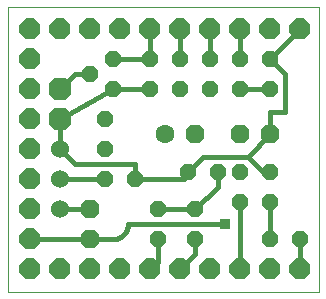
<source format=gbl>
G75*
%MOIN*%
%OFA0B0*%
%FSLAX24Y24*%
%IPPOS*%
%LPD*%
%AMOC8*
5,1,8,0,0,1.08239X$1,22.5*
%
%ADD10C,0.0000*%
%ADD11OC8,0.0520*%
%ADD12OC8,0.0630*%
%ADD13C,0.0630*%
%ADD14OC8,0.0700*%
%ADD15C,0.0600*%
%ADD16OC8,0.0760*%
%ADD17C,0.0160*%
%ADD18R,0.0356X0.0356*%
D10*
X000100Y000100D02*
X000100Y009596D01*
X010470Y009596D01*
X010470Y000100D01*
X000100Y000100D01*
D11*
X003350Y003850D03*
X004350Y003850D03*
X005100Y002850D03*
X005100Y001850D03*
X006350Y001850D03*
X006350Y002850D03*
X006100Y004100D03*
X007100Y004100D03*
X007850Y004100D03*
X008850Y004100D03*
X008850Y003100D03*
X007850Y003100D03*
X008850Y001850D03*
X009850Y001850D03*
X008850Y006850D03*
X008850Y007850D03*
X007850Y007850D03*
X006850Y007850D03*
X006850Y006850D03*
X007850Y006850D03*
X005850Y006850D03*
X004850Y006850D03*
X004850Y007850D03*
X005850Y007850D03*
X003600Y007850D03*
X002850Y007350D03*
X003600Y006850D03*
X003350Y005850D03*
X003350Y004850D03*
D12*
X002850Y002850D03*
X002850Y001850D03*
X006350Y005350D03*
X007850Y005350D03*
X008850Y005350D03*
D13*
X005350Y005350D03*
D14*
X004850Y008850D03*
X003850Y008850D03*
X002850Y008850D03*
X001850Y008850D03*
X000850Y008850D03*
X000850Y007850D03*
X000850Y006850D03*
X000850Y005850D03*
X000850Y004850D03*
X000850Y003850D03*
X000850Y002850D03*
X000850Y001850D03*
X000850Y000850D03*
X001850Y000850D03*
X002850Y000850D03*
X003850Y000850D03*
X004850Y000850D03*
X005850Y000850D03*
X006850Y000850D03*
X007850Y000850D03*
X008850Y000850D03*
X009850Y000850D03*
X009850Y008850D03*
X008850Y008850D03*
X007850Y008850D03*
X006850Y008850D03*
X005850Y008850D03*
D15*
X001850Y004850D03*
X001850Y003850D03*
X001850Y002850D03*
D16*
X001850Y005850D03*
X001850Y006850D03*
D17*
X002350Y007350D01*
X002850Y007350D01*
X003600Y006850D02*
X001850Y005850D01*
X001850Y004850D01*
X002350Y004350D01*
X004350Y004350D01*
X004350Y003850D01*
X005850Y003850D01*
X005880Y003852D01*
X005910Y003857D01*
X005939Y003866D01*
X005966Y003879D01*
X005992Y003894D01*
X006016Y003913D01*
X006037Y003934D01*
X006056Y003958D01*
X006071Y003984D01*
X006084Y004011D01*
X006093Y004040D01*
X006098Y004070D01*
X006100Y004100D01*
X006600Y004600D01*
X008100Y004600D01*
X008850Y005350D01*
X008850Y006100D01*
X009350Y006100D01*
X009350Y007350D01*
X008850Y007850D01*
X009850Y008850D01*
X007850Y008850D02*
X007850Y007850D01*
X006850Y007850D02*
X006850Y008850D01*
X005850Y008850D02*
X005850Y007850D01*
X004850Y007850D02*
X003600Y007850D01*
X003600Y006850D02*
X004850Y006850D01*
X004850Y007850D02*
X004850Y008850D01*
X007850Y006850D02*
X008850Y006850D01*
X008100Y004600D02*
X008600Y004100D01*
X008850Y004100D01*
X008850Y003100D02*
X008850Y001850D01*
X009850Y001850D02*
X009850Y000850D01*
X007850Y000850D02*
X007850Y003100D01*
X007350Y002350D02*
X004100Y002350D01*
X004098Y002306D01*
X004092Y002263D01*
X004083Y002221D01*
X004070Y002179D01*
X004053Y002139D01*
X004033Y002100D01*
X004010Y002063D01*
X003983Y002029D01*
X003954Y001996D01*
X003921Y001967D01*
X003887Y001940D01*
X003850Y001917D01*
X003811Y001897D01*
X003771Y001880D01*
X003729Y001867D01*
X003687Y001858D01*
X003644Y001852D01*
X003600Y001850D01*
X002850Y001850D01*
X000850Y001850D01*
X001850Y002850D02*
X002850Y002850D01*
X003350Y003850D02*
X001850Y003850D01*
X005100Y002850D02*
X006350Y002850D01*
X007100Y003600D01*
X007100Y004100D01*
X006350Y001850D02*
X006350Y001350D01*
X005850Y000850D01*
X005100Y001100D02*
X004850Y000850D01*
X005100Y001100D02*
X005100Y001850D01*
D18*
X007350Y002350D03*
M02*

</source>
